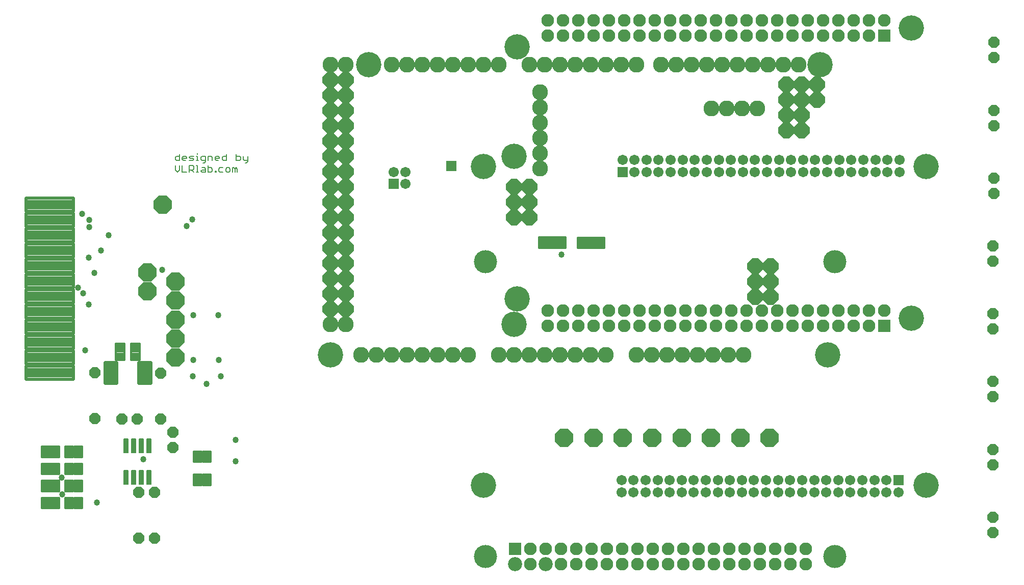
<source format=gts>
G75*
%MOIN*%
%OFA0B0*%
%FSLAX25Y25*%
%IPPOS*%
%LPD*%
%AMOC8*
5,1,8,0,0,1.08239X$1,22.5*
%
%ADD10C,0.02094*%
%ADD11C,0.10360*%
%ADD12OC8,0.10360*%
%ADD13C,0.16535*%
%ADD14R,0.06720X0.06720*%
%ADD15C,0.06720*%
%ADD16R,0.08312X0.08312*%
%ADD17C,0.08312*%
%ADD18C,0.01288*%
%ADD19C,0.00661*%
%ADD20C,0.01984*%
%ADD21R,0.00600X0.07200*%
%ADD22OC8,0.07280*%
%ADD23C,0.01400*%
%ADD24C,0.09240*%
%ADD25C,0.15157*%
%ADD26OC8,0.11900*%
%ADD27C,0.00800*%
%ADD28C,0.04060*%
D10*
X0088053Y0215160D02*
X0118951Y0215160D01*
X0088053Y0215160D02*
X0088053Y0223538D01*
X0118951Y0223538D01*
X0118951Y0215160D01*
X0118951Y0217253D02*
X0088053Y0217253D01*
X0088053Y0219346D02*
X0118951Y0219346D01*
X0118951Y0221439D02*
X0088053Y0221439D01*
X0088053Y0223532D02*
X0118951Y0223532D01*
X0118951Y0225160D02*
X0088053Y0225160D01*
X0088053Y0233538D01*
X0118951Y0233538D01*
X0118951Y0225160D01*
X0118951Y0227253D02*
X0088053Y0227253D01*
X0088053Y0229346D02*
X0118951Y0229346D01*
X0118951Y0231439D02*
X0088053Y0231439D01*
X0088053Y0233532D02*
X0118951Y0233532D01*
X0118951Y0235160D02*
X0088053Y0235160D01*
X0088053Y0243538D01*
X0118951Y0243538D01*
X0118951Y0235160D01*
X0118951Y0237253D02*
X0088053Y0237253D01*
X0088053Y0239346D02*
X0118951Y0239346D01*
X0118951Y0241439D02*
X0088053Y0241439D01*
X0088053Y0243532D02*
X0118951Y0243532D01*
X0118951Y0245160D02*
X0088053Y0245160D01*
X0088053Y0253538D01*
X0118951Y0253538D01*
X0118951Y0245160D01*
X0118951Y0247253D02*
X0088053Y0247253D01*
X0088053Y0249346D02*
X0118951Y0249346D01*
X0118951Y0251439D02*
X0088053Y0251439D01*
X0088053Y0253532D02*
X0118951Y0253532D01*
X0118951Y0255160D02*
X0088053Y0255160D01*
X0088053Y0263538D01*
X0118951Y0263538D01*
X0118951Y0255160D01*
X0118951Y0257253D02*
X0088053Y0257253D01*
X0088053Y0259346D02*
X0118951Y0259346D01*
X0118951Y0261439D02*
X0088053Y0261439D01*
X0088053Y0263532D02*
X0118951Y0263532D01*
X0118951Y0265160D02*
X0088053Y0265160D01*
X0088053Y0273538D01*
X0118951Y0273538D01*
X0118951Y0265160D01*
X0118951Y0267253D02*
X0088053Y0267253D01*
X0088053Y0269346D02*
X0118951Y0269346D01*
X0118951Y0271439D02*
X0088053Y0271439D01*
X0088053Y0273532D02*
X0118951Y0273532D01*
X0118951Y0275160D02*
X0088053Y0275160D01*
X0088053Y0283538D01*
X0118951Y0283538D01*
X0118951Y0275160D01*
X0118951Y0277253D02*
X0088053Y0277253D01*
X0088053Y0279346D02*
X0118951Y0279346D01*
X0118951Y0281439D02*
X0088053Y0281439D01*
X0088053Y0283532D02*
X0118951Y0283532D01*
X0118951Y0285160D02*
X0088053Y0285160D01*
X0088053Y0293538D01*
X0118951Y0293538D01*
X0118951Y0285160D01*
X0118951Y0287253D02*
X0088053Y0287253D01*
X0088053Y0289346D02*
X0118951Y0289346D01*
X0118951Y0291439D02*
X0088053Y0291439D01*
X0088053Y0293532D02*
X0118951Y0293532D01*
X0118951Y0295160D02*
X0088053Y0295160D01*
X0088053Y0303538D01*
X0118951Y0303538D01*
X0118951Y0295160D01*
X0118951Y0297253D02*
X0088053Y0297253D01*
X0088053Y0299346D02*
X0118951Y0299346D01*
X0118951Y0301439D02*
X0088053Y0301439D01*
X0088053Y0303532D02*
X0118951Y0303532D01*
X0118951Y0305160D02*
X0088053Y0305160D01*
X0088053Y0313538D01*
X0118951Y0313538D01*
X0118951Y0305160D01*
X0118951Y0307253D02*
X0088053Y0307253D01*
X0088053Y0309346D02*
X0118951Y0309346D01*
X0118951Y0311439D02*
X0088053Y0311439D01*
X0088053Y0313532D02*
X0118951Y0313532D01*
X0118951Y0315160D02*
X0088053Y0315160D01*
X0088053Y0323538D01*
X0118951Y0323538D01*
X0118951Y0315160D01*
X0118951Y0317253D02*
X0088053Y0317253D01*
X0088053Y0319346D02*
X0118951Y0319346D01*
X0118951Y0321439D02*
X0088053Y0321439D01*
X0088053Y0323532D02*
X0118951Y0323532D01*
X0118951Y0325160D02*
X0088053Y0325160D01*
X0088053Y0333538D01*
X0118951Y0333538D01*
X0118951Y0325160D01*
X0118951Y0327253D02*
X0088053Y0327253D01*
X0088053Y0329346D02*
X0118951Y0329346D01*
X0118951Y0331439D02*
X0088053Y0331439D01*
X0088053Y0333532D02*
X0118951Y0333532D01*
D11*
X0286972Y0251133D03*
X0296972Y0251133D03*
X0306972Y0231133D03*
X0316972Y0231133D03*
X0326972Y0231133D03*
X0336972Y0231133D03*
X0346972Y0231133D03*
X0356972Y0231133D03*
X0366972Y0231133D03*
X0376972Y0231133D03*
X0396972Y0231133D03*
X0406972Y0231133D03*
X0416972Y0231133D03*
X0426972Y0231133D03*
X0436972Y0231133D03*
X0446972Y0231133D03*
X0456972Y0231133D03*
X0466972Y0231133D03*
X0486972Y0231133D03*
X0496972Y0231133D03*
X0506972Y0231133D03*
X0516972Y0231133D03*
X0526972Y0231133D03*
X0536972Y0231133D03*
X0546972Y0231133D03*
X0556972Y0231133D03*
X0423972Y0353133D03*
X0423972Y0363133D03*
X0423972Y0373133D03*
X0423972Y0383133D03*
X0423972Y0393133D03*
X0423972Y0403133D03*
X0426972Y0421133D03*
X0416972Y0421133D03*
X0436972Y0421133D03*
X0446972Y0421133D03*
X0456972Y0421133D03*
X0466972Y0421133D03*
X0476972Y0421133D03*
X0486972Y0421133D03*
X0502972Y0421133D03*
X0512972Y0421133D03*
X0522972Y0421133D03*
X0532972Y0421133D03*
X0542972Y0421133D03*
X0552972Y0421133D03*
X0562972Y0421133D03*
X0572972Y0421133D03*
X0582972Y0421133D03*
X0592972Y0421133D03*
X0565972Y0392333D03*
X0555972Y0392333D03*
X0545972Y0392333D03*
X0535972Y0392333D03*
X0396972Y0421133D03*
X0386972Y0421133D03*
X0376972Y0421133D03*
X0366972Y0421133D03*
X0356972Y0421133D03*
X0346972Y0421133D03*
X0336972Y0421133D03*
X0326972Y0421133D03*
X0296972Y0421133D03*
X0286972Y0421133D03*
D12*
X0286972Y0411133D03*
X0296972Y0411133D03*
X0296972Y0401133D03*
X0286972Y0401133D03*
X0286972Y0391133D03*
X0296972Y0391133D03*
X0296972Y0381133D03*
X0286972Y0381133D03*
X0286972Y0371133D03*
X0296972Y0371133D03*
X0296972Y0361133D03*
X0286972Y0361133D03*
X0286972Y0351133D03*
X0296972Y0351133D03*
X0296972Y0341133D03*
X0286972Y0341133D03*
X0286972Y0331133D03*
X0296972Y0331133D03*
X0296972Y0321133D03*
X0286972Y0321133D03*
X0286972Y0311133D03*
X0296972Y0311133D03*
X0296972Y0301133D03*
X0286972Y0301133D03*
X0286972Y0291133D03*
X0296972Y0291133D03*
X0296972Y0281133D03*
X0286972Y0281133D03*
X0286972Y0271133D03*
X0296972Y0271133D03*
X0296972Y0261133D03*
X0286972Y0261133D03*
X0406972Y0321133D03*
X0406972Y0331133D03*
X0406972Y0341133D03*
X0416972Y0341133D03*
X0416972Y0331133D03*
X0416972Y0321133D03*
X0564772Y0289133D03*
X0574772Y0289133D03*
X0574772Y0279133D03*
X0564772Y0279133D03*
X0564772Y0269133D03*
X0574772Y0269133D03*
X0584972Y0378133D03*
X0594972Y0378133D03*
X0594972Y0388133D03*
X0584972Y0388133D03*
X0584972Y0398133D03*
X0594972Y0398133D03*
X0594972Y0408133D03*
X0584972Y0408133D03*
X0604972Y0408133D03*
X0604972Y0398133D03*
D13*
X0606972Y0421133D03*
X0666606Y0445129D03*
X0676414Y0354212D03*
X0666606Y0255129D03*
X0611972Y0231133D03*
X0676414Y0145550D03*
X0409106Y0267629D03*
X0406972Y0251133D03*
X0286972Y0231133D03*
X0387044Y0145550D03*
X0387044Y0354212D03*
X0406972Y0361133D03*
X0311972Y0421133D03*
X0409106Y0432629D03*
D14*
X0366116Y0354788D03*
X0328304Y0342913D03*
X0477910Y0350787D03*
X0658383Y0148976D03*
D15*
X0650509Y0148976D03*
X0642635Y0148976D03*
X0634760Y0148976D03*
X0626886Y0148976D03*
X0619012Y0148976D03*
X0611138Y0148976D03*
X0603264Y0148976D03*
X0595390Y0148976D03*
X0587516Y0148976D03*
X0579642Y0148976D03*
X0571768Y0148976D03*
X0563894Y0148976D03*
X0556020Y0148976D03*
X0548146Y0148976D03*
X0540272Y0148976D03*
X0532398Y0148976D03*
X0524524Y0148976D03*
X0516650Y0148976D03*
X0508776Y0148976D03*
X0500902Y0148976D03*
X0493028Y0148976D03*
X0485154Y0148976D03*
X0477280Y0148976D03*
X0477280Y0141102D03*
X0485154Y0141102D03*
X0493028Y0141102D03*
X0500902Y0141102D03*
X0508776Y0141102D03*
X0516650Y0141102D03*
X0524524Y0141102D03*
X0532398Y0141102D03*
X0540272Y0141102D03*
X0548146Y0141102D03*
X0556020Y0141102D03*
X0563894Y0141102D03*
X0571768Y0141102D03*
X0579642Y0141102D03*
X0587516Y0141102D03*
X0595390Y0141102D03*
X0603264Y0141102D03*
X0611138Y0141102D03*
X0619012Y0141102D03*
X0626886Y0141102D03*
X0634760Y0141102D03*
X0642635Y0141102D03*
X0650509Y0141102D03*
X0658383Y0141102D03*
X0336178Y0342913D03*
X0336178Y0350787D03*
X0328304Y0350787D03*
X0477910Y0358661D03*
X0485784Y0358661D03*
X0493658Y0358661D03*
X0501532Y0358661D03*
X0509406Y0358661D03*
X0517280Y0358661D03*
X0525154Y0358661D03*
X0533028Y0358661D03*
X0540902Y0358661D03*
X0548776Y0358661D03*
X0556650Y0358661D03*
X0564524Y0358661D03*
X0572398Y0358661D03*
X0580272Y0358661D03*
X0588146Y0358661D03*
X0596020Y0358661D03*
X0603894Y0358661D03*
X0611768Y0358661D03*
X0619642Y0358661D03*
X0627516Y0358661D03*
X0635390Y0358661D03*
X0643264Y0358661D03*
X0651138Y0358661D03*
X0659012Y0358661D03*
X0659012Y0350787D03*
X0651138Y0350787D03*
X0643264Y0350787D03*
X0635390Y0350787D03*
X0627516Y0350787D03*
X0619642Y0350787D03*
X0611768Y0350787D03*
X0603894Y0350787D03*
X0596020Y0350787D03*
X0588146Y0350787D03*
X0580272Y0350787D03*
X0572398Y0350787D03*
X0564524Y0350787D03*
X0556650Y0350787D03*
X0548776Y0350787D03*
X0540902Y0350787D03*
X0533028Y0350787D03*
X0525154Y0350787D03*
X0517280Y0350787D03*
X0509406Y0350787D03*
X0501532Y0350787D03*
X0493658Y0350787D03*
X0485784Y0350787D03*
D16*
X0649106Y0440129D03*
X0649106Y0250129D03*
X0407658Y0104083D03*
D17*
X0417658Y0104083D03*
X0427658Y0104083D03*
X0437658Y0104083D03*
X0437658Y0094083D03*
X0447658Y0094083D03*
X0457658Y0094083D03*
X0467658Y0094083D03*
X0477658Y0094083D03*
X0487658Y0094083D03*
X0497658Y0094083D03*
X0507658Y0094083D03*
X0517658Y0094083D03*
X0527658Y0094083D03*
X0537658Y0094083D03*
X0547658Y0094083D03*
X0557658Y0094083D03*
X0567658Y0094083D03*
X0577658Y0094083D03*
X0587658Y0094083D03*
X0597658Y0094083D03*
X0597658Y0104083D03*
X0587658Y0104083D03*
X0577658Y0104083D03*
X0567658Y0104083D03*
X0557658Y0104083D03*
X0547658Y0104083D03*
X0537658Y0104083D03*
X0527658Y0104083D03*
X0517658Y0104083D03*
X0507658Y0104083D03*
X0497658Y0104083D03*
X0487658Y0104083D03*
X0477658Y0104083D03*
X0467658Y0104083D03*
X0457658Y0104083D03*
X0447658Y0104083D03*
X0417658Y0094083D03*
X0429106Y0250129D03*
X0429106Y0260129D03*
X0439106Y0260129D03*
X0449106Y0260129D03*
X0459106Y0260129D03*
X0469106Y0260129D03*
X0469106Y0250129D03*
X0459106Y0250129D03*
X0449106Y0250129D03*
X0439106Y0250129D03*
X0479106Y0250129D03*
X0489106Y0250129D03*
X0499106Y0250129D03*
X0499106Y0260129D03*
X0489106Y0260129D03*
X0479106Y0260129D03*
X0509106Y0260129D03*
X0519106Y0260129D03*
X0529106Y0260129D03*
X0539106Y0260129D03*
X0539106Y0250129D03*
X0529106Y0250129D03*
X0519106Y0250129D03*
X0509106Y0250129D03*
X0549106Y0250129D03*
X0559106Y0250129D03*
X0569106Y0250129D03*
X0579106Y0250129D03*
X0579106Y0260129D03*
X0569106Y0260129D03*
X0559106Y0260129D03*
X0549106Y0260129D03*
X0589106Y0260129D03*
X0599106Y0260129D03*
X0609106Y0260129D03*
X0609106Y0250129D03*
X0599106Y0250129D03*
X0589106Y0250129D03*
X0619106Y0250129D03*
X0629106Y0250129D03*
X0639106Y0250129D03*
X0639106Y0260129D03*
X0629106Y0260129D03*
X0619106Y0260129D03*
X0649106Y0260129D03*
X0639106Y0440129D03*
X0629106Y0440129D03*
X0619106Y0440129D03*
X0609106Y0440129D03*
X0599106Y0440129D03*
X0589106Y0440129D03*
X0579106Y0440129D03*
X0569106Y0440129D03*
X0559106Y0440129D03*
X0549106Y0440129D03*
X0539106Y0440129D03*
X0529106Y0440129D03*
X0519106Y0440129D03*
X0509106Y0440129D03*
X0499106Y0440129D03*
X0489106Y0440129D03*
X0479106Y0440129D03*
X0469106Y0440129D03*
X0459106Y0440129D03*
X0449106Y0440129D03*
X0439106Y0440129D03*
X0429106Y0440129D03*
X0429106Y0450129D03*
X0439106Y0450129D03*
X0449106Y0450129D03*
X0459106Y0450129D03*
X0469106Y0450129D03*
X0479106Y0450129D03*
X0489106Y0450129D03*
X0499106Y0450129D03*
X0509106Y0450129D03*
X0519106Y0450129D03*
X0529106Y0450129D03*
X0539106Y0450129D03*
X0549106Y0450129D03*
X0559106Y0450129D03*
X0569106Y0450129D03*
X0579106Y0450129D03*
X0589106Y0450129D03*
X0599106Y0450129D03*
X0609106Y0450129D03*
X0619106Y0450129D03*
X0629106Y0450129D03*
X0639106Y0450129D03*
X0649106Y0450129D03*
D18*
X0466001Y0307759D02*
X0460849Y0307759D01*
X0466001Y0307759D02*
X0466001Y0300907D01*
X0460849Y0300907D01*
X0460849Y0307759D01*
X0460849Y0302194D02*
X0466001Y0302194D01*
X0466001Y0303481D02*
X0460849Y0303481D01*
X0460849Y0304768D02*
X0466001Y0304768D01*
X0466001Y0306055D02*
X0460849Y0306055D01*
X0460849Y0307342D02*
X0466001Y0307342D01*
X0460001Y0307759D02*
X0454849Y0307759D01*
X0460001Y0307759D02*
X0460001Y0300907D01*
X0454849Y0300907D01*
X0454849Y0307759D01*
X0454849Y0302194D02*
X0460001Y0302194D01*
X0460001Y0303481D02*
X0454849Y0303481D01*
X0454849Y0304768D02*
X0460001Y0304768D01*
X0460001Y0306055D02*
X0454849Y0306055D01*
X0454849Y0307342D02*
X0460001Y0307342D01*
X0454001Y0307759D02*
X0448849Y0307759D01*
X0454001Y0307759D02*
X0454001Y0300907D01*
X0448849Y0300907D01*
X0448849Y0307759D01*
X0448849Y0302194D02*
X0454001Y0302194D01*
X0454001Y0303481D02*
X0448849Y0303481D01*
X0448849Y0304768D02*
X0454001Y0304768D01*
X0454001Y0306055D02*
X0448849Y0306055D01*
X0448849Y0307342D02*
X0454001Y0307342D01*
X0440701Y0307959D02*
X0435549Y0307959D01*
X0440701Y0307959D02*
X0440701Y0301107D01*
X0435549Y0301107D01*
X0435549Y0307959D01*
X0435549Y0302394D02*
X0440701Y0302394D01*
X0440701Y0303681D02*
X0435549Y0303681D01*
X0435549Y0304968D02*
X0440701Y0304968D01*
X0440701Y0306255D02*
X0435549Y0306255D01*
X0435549Y0307542D02*
X0440701Y0307542D01*
X0434701Y0307959D02*
X0429549Y0307959D01*
X0434701Y0307959D02*
X0434701Y0301107D01*
X0429549Y0301107D01*
X0429549Y0307959D01*
X0429549Y0302394D02*
X0434701Y0302394D01*
X0434701Y0303681D02*
X0429549Y0303681D01*
X0429549Y0304968D02*
X0434701Y0304968D01*
X0434701Y0306255D02*
X0429549Y0306255D01*
X0429549Y0307542D02*
X0434701Y0307542D01*
X0428701Y0307959D02*
X0423549Y0307959D01*
X0428701Y0307959D02*
X0428701Y0301107D01*
X0423549Y0301107D01*
X0423549Y0307959D01*
X0423549Y0302394D02*
X0428701Y0302394D01*
X0428701Y0303681D02*
X0423549Y0303681D01*
X0423549Y0304968D02*
X0428701Y0304968D01*
X0428701Y0306255D02*
X0423549Y0306255D01*
X0423549Y0307542D02*
X0428701Y0307542D01*
X0208771Y0167759D02*
X0203619Y0167759D01*
X0208771Y0167759D02*
X0208771Y0160907D01*
X0203619Y0160907D01*
X0203619Y0167759D01*
X0203619Y0162194D02*
X0208771Y0162194D01*
X0208771Y0163481D02*
X0203619Y0163481D01*
X0203619Y0164768D02*
X0208771Y0164768D01*
X0208771Y0166055D02*
X0203619Y0166055D01*
X0203619Y0167342D02*
X0208771Y0167342D01*
X0202771Y0167759D02*
X0197619Y0167759D01*
X0202771Y0167759D02*
X0202771Y0160907D01*
X0197619Y0160907D01*
X0197619Y0167759D01*
X0197619Y0162194D02*
X0202771Y0162194D01*
X0202771Y0163481D02*
X0197619Y0163481D01*
X0197619Y0164768D02*
X0202771Y0164768D01*
X0202771Y0166055D02*
X0197619Y0166055D01*
X0197619Y0167342D02*
X0202771Y0167342D01*
X0202771Y0145707D02*
X0197619Y0145707D01*
X0197619Y0152559D01*
X0202771Y0152559D01*
X0202771Y0145707D01*
X0202771Y0146994D02*
X0197619Y0146994D01*
X0197619Y0148281D02*
X0202771Y0148281D01*
X0202771Y0149568D02*
X0197619Y0149568D01*
X0197619Y0150855D02*
X0202771Y0150855D01*
X0202771Y0152142D02*
X0197619Y0152142D01*
X0203619Y0145707D02*
X0208771Y0145707D01*
X0203619Y0145707D02*
X0203619Y0152559D01*
X0208771Y0152559D01*
X0208771Y0145707D01*
X0208771Y0146994D02*
X0203619Y0146994D01*
X0203619Y0148281D02*
X0208771Y0148281D01*
X0208771Y0149568D02*
X0203619Y0149568D01*
X0203619Y0150855D02*
X0208771Y0150855D01*
X0208771Y0152142D02*
X0203619Y0152142D01*
X0124771Y0159759D02*
X0119619Y0159759D01*
X0124771Y0159759D02*
X0124771Y0152907D01*
X0119619Y0152907D01*
X0119619Y0159759D01*
X0119619Y0154194D02*
X0124771Y0154194D01*
X0124771Y0155481D02*
X0119619Y0155481D01*
X0119619Y0156768D02*
X0124771Y0156768D01*
X0124771Y0158055D02*
X0119619Y0158055D01*
X0119619Y0159342D02*
X0124771Y0159342D01*
X0118771Y0159759D02*
X0113619Y0159759D01*
X0118771Y0159759D02*
X0118771Y0152907D01*
X0113619Y0152907D01*
X0113619Y0159759D01*
X0113619Y0154194D02*
X0118771Y0154194D01*
X0118771Y0155481D02*
X0113619Y0155481D01*
X0113619Y0156768D02*
X0118771Y0156768D01*
X0118771Y0158055D02*
X0113619Y0158055D01*
X0113619Y0159342D02*
X0118771Y0159342D01*
X0118771Y0170959D02*
X0113619Y0170959D01*
X0118771Y0170959D02*
X0118771Y0164107D01*
X0113619Y0164107D01*
X0113619Y0170959D01*
X0113619Y0165394D02*
X0118771Y0165394D01*
X0118771Y0166681D02*
X0113619Y0166681D01*
X0113619Y0167968D02*
X0118771Y0167968D01*
X0118771Y0169255D02*
X0113619Y0169255D01*
X0113619Y0170542D02*
X0118771Y0170542D01*
X0119619Y0170959D02*
X0124771Y0170959D01*
X0124771Y0164107D01*
X0119619Y0164107D01*
X0119619Y0170959D01*
X0119619Y0165394D02*
X0124771Y0165394D01*
X0124771Y0166681D02*
X0119619Y0166681D01*
X0119619Y0167968D02*
X0124771Y0167968D01*
X0124771Y0169255D02*
X0119619Y0169255D01*
X0119619Y0170542D02*
X0124771Y0170542D01*
X0109571Y0170959D02*
X0104419Y0170959D01*
X0109571Y0170959D02*
X0109571Y0164107D01*
X0104419Y0164107D01*
X0104419Y0170959D01*
X0104419Y0165394D02*
X0109571Y0165394D01*
X0109571Y0166681D02*
X0104419Y0166681D01*
X0104419Y0167968D02*
X0109571Y0167968D01*
X0109571Y0169255D02*
X0104419Y0169255D01*
X0104419Y0170542D02*
X0109571Y0170542D01*
X0103571Y0170959D02*
X0098419Y0170959D01*
X0103571Y0170959D02*
X0103571Y0164107D01*
X0098419Y0164107D01*
X0098419Y0170959D01*
X0098419Y0165394D02*
X0103571Y0165394D01*
X0103571Y0166681D02*
X0098419Y0166681D01*
X0098419Y0167968D02*
X0103571Y0167968D01*
X0103571Y0169255D02*
X0098419Y0169255D01*
X0098419Y0170542D02*
X0103571Y0170542D01*
X0103571Y0159759D02*
X0098419Y0159759D01*
X0103571Y0159759D02*
X0103571Y0152907D01*
X0098419Y0152907D01*
X0098419Y0159759D01*
X0098419Y0154194D02*
X0103571Y0154194D01*
X0103571Y0155481D02*
X0098419Y0155481D01*
X0098419Y0156768D02*
X0103571Y0156768D01*
X0103571Y0158055D02*
X0098419Y0158055D01*
X0098419Y0159342D02*
X0103571Y0159342D01*
X0104419Y0159759D02*
X0109571Y0159759D01*
X0109571Y0152907D01*
X0104419Y0152907D01*
X0104419Y0159759D01*
X0104419Y0154194D02*
X0109571Y0154194D01*
X0109571Y0155481D02*
X0104419Y0155481D01*
X0104419Y0156768D02*
X0109571Y0156768D01*
X0109571Y0158055D02*
X0104419Y0158055D01*
X0104419Y0159342D02*
X0109571Y0159342D01*
X0109571Y0148559D02*
X0104419Y0148559D01*
X0109571Y0148559D02*
X0109571Y0141707D01*
X0104419Y0141707D01*
X0104419Y0148559D01*
X0104419Y0142994D02*
X0109571Y0142994D01*
X0109571Y0144281D02*
X0104419Y0144281D01*
X0104419Y0145568D02*
X0109571Y0145568D01*
X0109571Y0146855D02*
X0104419Y0146855D01*
X0104419Y0148142D02*
X0109571Y0148142D01*
X0113619Y0148559D02*
X0118771Y0148559D01*
X0118771Y0141707D01*
X0113619Y0141707D01*
X0113619Y0148559D01*
X0113619Y0142994D02*
X0118771Y0142994D01*
X0118771Y0144281D02*
X0113619Y0144281D01*
X0113619Y0145568D02*
X0118771Y0145568D01*
X0118771Y0146855D02*
X0113619Y0146855D01*
X0113619Y0148142D02*
X0118771Y0148142D01*
X0119619Y0148559D02*
X0124771Y0148559D01*
X0124771Y0141707D01*
X0119619Y0141707D01*
X0119619Y0148559D01*
X0119619Y0142994D02*
X0124771Y0142994D01*
X0124771Y0144281D02*
X0119619Y0144281D01*
X0119619Y0145568D02*
X0124771Y0145568D01*
X0124771Y0146855D02*
X0119619Y0146855D01*
X0119619Y0148142D02*
X0124771Y0148142D01*
X0124771Y0137359D02*
X0119619Y0137359D01*
X0124771Y0137359D02*
X0124771Y0130507D01*
X0119619Y0130507D01*
X0119619Y0137359D01*
X0119619Y0131794D02*
X0124771Y0131794D01*
X0124771Y0133081D02*
X0119619Y0133081D01*
X0119619Y0134368D02*
X0124771Y0134368D01*
X0124771Y0135655D02*
X0119619Y0135655D01*
X0119619Y0136942D02*
X0124771Y0136942D01*
X0118771Y0137359D02*
X0113619Y0137359D01*
X0118771Y0137359D02*
X0118771Y0130507D01*
X0113619Y0130507D01*
X0113619Y0137359D01*
X0113619Y0131794D02*
X0118771Y0131794D01*
X0118771Y0133081D02*
X0113619Y0133081D01*
X0113619Y0134368D02*
X0118771Y0134368D01*
X0118771Y0135655D02*
X0113619Y0135655D01*
X0113619Y0136942D02*
X0118771Y0136942D01*
X0109571Y0137359D02*
X0104419Y0137359D01*
X0109571Y0137359D02*
X0109571Y0130507D01*
X0104419Y0130507D01*
X0104419Y0137359D01*
X0104419Y0131794D02*
X0109571Y0131794D01*
X0109571Y0133081D02*
X0104419Y0133081D01*
X0104419Y0134368D02*
X0109571Y0134368D01*
X0109571Y0135655D02*
X0104419Y0135655D01*
X0104419Y0136942D02*
X0109571Y0136942D01*
X0103571Y0137359D02*
X0098419Y0137359D01*
X0103571Y0137359D02*
X0103571Y0130507D01*
X0098419Y0130507D01*
X0098419Y0137359D01*
X0098419Y0131794D02*
X0103571Y0131794D01*
X0103571Y0133081D02*
X0098419Y0133081D01*
X0098419Y0134368D02*
X0103571Y0134368D01*
X0103571Y0135655D02*
X0098419Y0135655D01*
X0098419Y0136942D02*
X0103571Y0136942D01*
X0103571Y0148559D02*
X0098419Y0148559D01*
X0103571Y0148559D02*
X0103571Y0141707D01*
X0098419Y0141707D01*
X0098419Y0148559D01*
X0098419Y0142994D02*
X0103571Y0142994D01*
X0103571Y0144281D02*
X0098419Y0144281D01*
X0098419Y0145568D02*
X0103571Y0145568D01*
X0103571Y0146855D02*
X0098419Y0146855D01*
X0098419Y0148142D02*
X0103571Y0148142D01*
D19*
X0151972Y0146424D02*
X0154618Y0146424D01*
X0151972Y0146424D02*
X0151972Y0155370D01*
X0154618Y0155370D01*
X0154618Y0146424D01*
X0154618Y0147084D02*
X0151972Y0147084D01*
X0151972Y0147744D02*
X0154618Y0147744D01*
X0154618Y0148404D02*
X0151972Y0148404D01*
X0151972Y0149064D02*
X0154618Y0149064D01*
X0154618Y0149724D02*
X0151972Y0149724D01*
X0151972Y0150384D02*
X0154618Y0150384D01*
X0154618Y0151044D02*
X0151972Y0151044D01*
X0151972Y0151704D02*
X0154618Y0151704D01*
X0154618Y0152364D02*
X0151972Y0152364D01*
X0151972Y0153024D02*
X0154618Y0153024D01*
X0154618Y0153684D02*
X0151972Y0153684D01*
X0151972Y0154344D02*
X0154618Y0154344D01*
X0154618Y0155004D02*
X0151972Y0155004D01*
X0156972Y0146424D02*
X0159618Y0146424D01*
X0156972Y0146424D02*
X0156972Y0155370D01*
X0159618Y0155370D01*
X0159618Y0146424D01*
X0159618Y0147084D02*
X0156972Y0147084D01*
X0156972Y0147744D02*
X0159618Y0147744D01*
X0159618Y0148404D02*
X0156972Y0148404D01*
X0156972Y0149064D02*
X0159618Y0149064D01*
X0159618Y0149724D02*
X0156972Y0149724D01*
X0156972Y0150384D02*
X0159618Y0150384D01*
X0159618Y0151044D02*
X0156972Y0151044D01*
X0156972Y0151704D02*
X0159618Y0151704D01*
X0159618Y0152364D02*
X0156972Y0152364D01*
X0156972Y0153024D02*
X0159618Y0153024D01*
X0159618Y0153684D02*
X0156972Y0153684D01*
X0156972Y0154344D02*
X0159618Y0154344D01*
X0159618Y0155004D02*
X0156972Y0155004D01*
X0161972Y0146424D02*
X0164618Y0146424D01*
X0161972Y0146424D02*
X0161972Y0155370D01*
X0164618Y0155370D01*
X0164618Y0146424D01*
X0164618Y0147084D02*
X0161972Y0147084D01*
X0161972Y0147744D02*
X0164618Y0147744D01*
X0164618Y0148404D02*
X0161972Y0148404D01*
X0161972Y0149064D02*
X0164618Y0149064D01*
X0164618Y0149724D02*
X0161972Y0149724D01*
X0161972Y0150384D02*
X0164618Y0150384D01*
X0164618Y0151044D02*
X0161972Y0151044D01*
X0161972Y0151704D02*
X0164618Y0151704D01*
X0164618Y0152364D02*
X0161972Y0152364D01*
X0161972Y0153024D02*
X0164618Y0153024D01*
X0164618Y0153684D02*
X0161972Y0153684D01*
X0161972Y0154344D02*
X0164618Y0154344D01*
X0164618Y0155004D02*
X0161972Y0155004D01*
X0166972Y0146424D02*
X0169618Y0146424D01*
X0166972Y0146424D02*
X0166972Y0155370D01*
X0169618Y0155370D01*
X0169618Y0146424D01*
X0169618Y0147084D02*
X0166972Y0147084D01*
X0166972Y0147744D02*
X0169618Y0147744D01*
X0169618Y0148404D02*
X0166972Y0148404D01*
X0166972Y0149064D02*
X0169618Y0149064D01*
X0169618Y0149724D02*
X0166972Y0149724D01*
X0166972Y0150384D02*
X0169618Y0150384D01*
X0169618Y0151044D02*
X0166972Y0151044D01*
X0166972Y0151704D02*
X0169618Y0151704D01*
X0169618Y0152364D02*
X0166972Y0152364D01*
X0166972Y0153024D02*
X0169618Y0153024D01*
X0169618Y0153684D02*
X0166972Y0153684D01*
X0166972Y0154344D02*
X0169618Y0154344D01*
X0169618Y0155004D02*
X0166972Y0155004D01*
X0166972Y0166896D02*
X0169618Y0166896D01*
X0166972Y0166896D02*
X0166972Y0175842D01*
X0169618Y0175842D01*
X0169618Y0166896D01*
X0169618Y0167556D02*
X0166972Y0167556D01*
X0166972Y0168216D02*
X0169618Y0168216D01*
X0169618Y0168876D02*
X0166972Y0168876D01*
X0166972Y0169536D02*
X0169618Y0169536D01*
X0169618Y0170196D02*
X0166972Y0170196D01*
X0166972Y0170856D02*
X0169618Y0170856D01*
X0169618Y0171516D02*
X0166972Y0171516D01*
X0166972Y0172176D02*
X0169618Y0172176D01*
X0169618Y0172836D02*
X0166972Y0172836D01*
X0166972Y0173496D02*
X0169618Y0173496D01*
X0169618Y0174156D02*
X0166972Y0174156D01*
X0166972Y0174816D02*
X0169618Y0174816D01*
X0169618Y0175476D02*
X0166972Y0175476D01*
X0164618Y0166896D02*
X0161972Y0166896D01*
X0161972Y0175842D01*
X0164618Y0175842D01*
X0164618Y0166896D01*
X0164618Y0167556D02*
X0161972Y0167556D01*
X0161972Y0168216D02*
X0164618Y0168216D01*
X0164618Y0168876D02*
X0161972Y0168876D01*
X0161972Y0169536D02*
X0164618Y0169536D01*
X0164618Y0170196D02*
X0161972Y0170196D01*
X0161972Y0170856D02*
X0164618Y0170856D01*
X0164618Y0171516D02*
X0161972Y0171516D01*
X0161972Y0172176D02*
X0164618Y0172176D01*
X0164618Y0172836D02*
X0161972Y0172836D01*
X0161972Y0173496D02*
X0164618Y0173496D01*
X0164618Y0174156D02*
X0161972Y0174156D01*
X0161972Y0174816D02*
X0164618Y0174816D01*
X0164618Y0175476D02*
X0161972Y0175476D01*
X0159618Y0166896D02*
X0156972Y0166896D01*
X0156972Y0175842D01*
X0159618Y0175842D01*
X0159618Y0166896D01*
X0159618Y0167556D02*
X0156972Y0167556D01*
X0156972Y0168216D02*
X0159618Y0168216D01*
X0159618Y0168876D02*
X0156972Y0168876D01*
X0156972Y0169536D02*
X0159618Y0169536D01*
X0159618Y0170196D02*
X0156972Y0170196D01*
X0156972Y0170856D02*
X0159618Y0170856D01*
X0159618Y0171516D02*
X0156972Y0171516D01*
X0156972Y0172176D02*
X0159618Y0172176D01*
X0159618Y0172836D02*
X0156972Y0172836D01*
X0156972Y0173496D02*
X0159618Y0173496D01*
X0159618Y0174156D02*
X0156972Y0174156D01*
X0156972Y0174816D02*
X0159618Y0174816D01*
X0159618Y0175476D02*
X0156972Y0175476D01*
X0154618Y0166896D02*
X0151972Y0166896D01*
X0151972Y0175842D01*
X0154618Y0175842D01*
X0154618Y0166896D01*
X0154618Y0167556D02*
X0151972Y0167556D01*
X0151972Y0168216D02*
X0154618Y0168216D01*
X0154618Y0168876D02*
X0151972Y0168876D01*
X0151972Y0169536D02*
X0154618Y0169536D01*
X0154618Y0170196D02*
X0151972Y0170196D01*
X0151972Y0170856D02*
X0154618Y0170856D01*
X0154618Y0171516D02*
X0151972Y0171516D01*
X0151972Y0172176D02*
X0154618Y0172176D01*
X0154618Y0172836D02*
X0151972Y0172836D01*
X0151972Y0173496D02*
X0154618Y0173496D01*
X0154618Y0174156D02*
X0151972Y0174156D01*
X0151972Y0174816D02*
X0154618Y0174816D01*
X0154618Y0175476D02*
X0151972Y0175476D01*
D20*
X0147540Y0225857D02*
X0139604Y0225857D01*
X0147540Y0225857D02*
X0147540Y0212409D01*
X0139604Y0212409D01*
X0139604Y0225857D01*
X0139604Y0214392D02*
X0147540Y0214392D01*
X0147540Y0216375D02*
X0139604Y0216375D01*
X0139604Y0218358D02*
X0147540Y0218358D01*
X0147540Y0220341D02*
X0139604Y0220341D01*
X0139604Y0222324D02*
X0147540Y0222324D01*
X0147540Y0224307D02*
X0139604Y0224307D01*
X0161651Y0225857D02*
X0169587Y0225857D01*
X0169587Y0212409D01*
X0161651Y0212409D01*
X0161651Y0225857D01*
X0161651Y0214392D02*
X0169587Y0214392D01*
X0169587Y0216375D02*
X0161651Y0216375D01*
X0161651Y0218358D02*
X0169587Y0218358D01*
X0169587Y0220341D02*
X0161651Y0220341D01*
X0161651Y0222324D02*
X0169587Y0222324D01*
X0169587Y0224307D02*
X0161651Y0224307D01*
D21*
X0119195Y0167533D03*
X0103995Y0167533D03*
X0103995Y0156333D03*
X0103995Y0145133D03*
X0103995Y0133933D03*
X0119195Y0133933D03*
X0119195Y0145133D03*
X0119195Y0156333D03*
X0203195Y0149133D03*
X0203195Y0164333D03*
D22*
X0161595Y0110933D03*
X0171995Y0110933D03*
X0171995Y0140933D03*
X0161595Y0140933D03*
X0183995Y0170433D03*
X0183995Y0180433D03*
X0176195Y0188933D03*
X0160895Y0189133D03*
X0150895Y0189133D03*
X0132995Y0189233D03*
X0132995Y0219233D03*
X0176195Y0218933D03*
X0720195Y0213533D03*
X0720195Y0203533D03*
X0720195Y0169133D03*
X0720195Y0159133D03*
X0720195Y0124733D03*
X0720195Y0114733D03*
X0720195Y0247933D03*
X0720195Y0257933D03*
X0720195Y0292333D03*
X0720195Y0302333D03*
X0720595Y0336733D03*
X0720595Y0346733D03*
X0720595Y0381133D03*
X0720595Y0391133D03*
X0720595Y0425533D03*
X0720595Y0435533D03*
D23*
X0162395Y0238233D02*
X0156795Y0238233D01*
X0162395Y0238233D02*
X0162395Y0227633D01*
X0156795Y0227633D01*
X0156795Y0238233D01*
X0156795Y0229032D02*
X0162395Y0229032D01*
X0162395Y0230431D02*
X0156795Y0230431D01*
X0156795Y0231830D02*
X0162395Y0231830D01*
X0162395Y0233229D02*
X0156795Y0233229D01*
X0156795Y0234628D02*
X0162395Y0234628D01*
X0162395Y0236027D02*
X0156795Y0236027D01*
X0156795Y0237426D02*
X0162395Y0237426D01*
X0152395Y0238233D02*
X0146795Y0238233D01*
X0152395Y0238233D02*
X0152395Y0227633D01*
X0146795Y0227633D01*
X0146795Y0238233D01*
X0146795Y0229032D02*
X0152395Y0229032D01*
X0152395Y0230431D02*
X0146795Y0230431D01*
X0146795Y0231830D02*
X0152395Y0231830D01*
X0152395Y0233229D02*
X0146795Y0233229D01*
X0146795Y0234628D02*
X0152395Y0234628D01*
X0152395Y0236027D02*
X0146795Y0236027D01*
X0146795Y0237426D02*
X0152395Y0237426D01*
D24*
X0407658Y0094083D03*
X0427658Y0094083D03*
D25*
X0388375Y0099040D03*
X0616721Y0099040D03*
X0616721Y0291954D03*
X0388375Y0291954D03*
D26*
X0439795Y0176533D03*
X0458995Y0176533D03*
X0478195Y0176533D03*
X0497395Y0176533D03*
X0516595Y0176533D03*
X0535795Y0176533D03*
X0554995Y0176533D03*
X0574195Y0176533D03*
X0185795Y0229333D03*
X0185795Y0241733D03*
X0185795Y0254133D03*
X0185795Y0266533D03*
X0185795Y0278933D03*
X0167395Y0284933D03*
X0167395Y0272533D03*
X0177395Y0329333D03*
D27*
X0186996Y0350733D02*
X0188398Y0352134D01*
X0188398Y0354937D01*
X0190199Y0354937D02*
X0190199Y0350733D01*
X0193001Y0350733D01*
X0194803Y0350733D02*
X0194803Y0354937D01*
X0196905Y0354937D01*
X0197605Y0354236D01*
X0197605Y0352835D01*
X0196905Y0352134D01*
X0194803Y0352134D01*
X0196204Y0352134D02*
X0197605Y0350733D01*
X0199407Y0350733D02*
X0200808Y0350733D01*
X0200108Y0350733D02*
X0200108Y0354937D01*
X0199407Y0354937D01*
X0199407Y0358233D02*
X0200808Y0358233D01*
X0200108Y0358233D02*
X0200108Y0361035D01*
X0199407Y0361035D01*
X0200108Y0362437D02*
X0200108Y0363137D01*
X0197605Y0361035D02*
X0195504Y0361035D01*
X0194803Y0360335D01*
X0195504Y0359634D01*
X0196905Y0359634D01*
X0197605Y0358934D01*
X0196905Y0358233D01*
X0194803Y0358233D01*
X0193001Y0359634D02*
X0190199Y0359634D01*
X0190199Y0358934D02*
X0190199Y0360335D01*
X0190900Y0361035D01*
X0192301Y0361035D01*
X0193001Y0360335D01*
X0193001Y0359634D01*
X0192301Y0358233D02*
X0190900Y0358233D01*
X0190199Y0358934D01*
X0188398Y0358233D02*
X0186296Y0358233D01*
X0185595Y0358934D01*
X0185595Y0360335D01*
X0186296Y0361035D01*
X0188398Y0361035D01*
X0188398Y0362437D02*
X0188398Y0358233D01*
X0185595Y0354937D02*
X0185595Y0352134D01*
X0186996Y0350733D01*
X0202476Y0351434D02*
X0203177Y0350733D01*
X0205279Y0350733D01*
X0205279Y0352835D01*
X0204578Y0353535D01*
X0203177Y0353535D01*
X0203177Y0352134D02*
X0205279Y0352134D01*
X0203177Y0352134D02*
X0202476Y0351434D01*
X0207080Y0350733D02*
X0209182Y0350733D01*
X0209883Y0351434D01*
X0209883Y0352835D01*
X0209182Y0353535D01*
X0207080Y0353535D01*
X0207080Y0354937D02*
X0207080Y0350733D01*
X0211684Y0350733D02*
X0211684Y0351434D01*
X0212385Y0351434D01*
X0212385Y0350733D01*
X0211684Y0350733D01*
X0213986Y0351434D02*
X0214687Y0350733D01*
X0216788Y0350733D01*
X0218590Y0351434D02*
X0219291Y0350733D01*
X0220692Y0350733D01*
X0221392Y0351434D01*
X0221392Y0352835D01*
X0220692Y0353535D01*
X0219291Y0353535D01*
X0218590Y0352835D01*
X0218590Y0351434D01*
X0216788Y0353535D02*
X0214687Y0353535D01*
X0213986Y0352835D01*
X0213986Y0351434D01*
X0213786Y0358233D02*
X0212385Y0358233D01*
X0211684Y0358934D01*
X0211684Y0360335D01*
X0212385Y0361035D01*
X0213786Y0361035D01*
X0214486Y0360335D01*
X0214486Y0359634D01*
X0211684Y0359634D01*
X0209883Y0360335D02*
X0209182Y0361035D01*
X0207080Y0361035D01*
X0207080Y0358233D01*
X0205279Y0358233D02*
X0203177Y0358233D01*
X0202476Y0358934D01*
X0202476Y0360335D01*
X0203177Y0361035D01*
X0205279Y0361035D01*
X0205279Y0357532D01*
X0204578Y0356832D01*
X0203877Y0356832D01*
X0209883Y0358233D02*
X0209883Y0360335D01*
X0216288Y0360335D02*
X0216989Y0361035D01*
X0219090Y0361035D01*
X0219090Y0362437D02*
X0219090Y0358233D01*
X0216989Y0358233D01*
X0216288Y0358934D01*
X0216288Y0360335D01*
X0225496Y0361035D02*
X0227598Y0361035D01*
X0228298Y0360335D01*
X0228298Y0358934D01*
X0227598Y0358233D01*
X0225496Y0358233D01*
X0225496Y0362437D01*
X0230100Y0361035D02*
X0230100Y0358934D01*
X0230800Y0358233D01*
X0232902Y0358233D01*
X0232902Y0357532D02*
X0232202Y0356832D01*
X0231501Y0356832D01*
X0232902Y0357532D02*
X0232902Y0361035D01*
X0225296Y0353535D02*
X0225996Y0352835D01*
X0225996Y0350733D01*
X0224595Y0350733D02*
X0224595Y0352835D01*
X0225296Y0353535D01*
X0224595Y0352835D02*
X0223894Y0353535D01*
X0223194Y0353535D01*
X0223194Y0350733D01*
D28*
X0196595Y0319733D03*
X0192995Y0315333D03*
X0176995Y0286533D03*
X0142195Y0309333D03*
X0136995Y0299333D03*
X0128995Y0294533D03*
X0132595Y0284533D03*
X0122195Y0274933D03*
X0125395Y0271333D03*
X0128995Y0264133D03*
X0126595Y0234133D03*
X0197395Y0227733D03*
X0197195Y0216933D03*
X0206195Y0212133D03*
X0215395Y0216933D03*
X0214195Y0227733D03*
X0213795Y0256933D03*
X0197395Y0256933D03*
X0129395Y0314533D03*
X0129395Y0319333D03*
X0124595Y0323333D03*
X0225195Y0175333D03*
X0225195Y0161333D03*
X0164795Y0162733D03*
X0134295Y0134233D03*
X0111695Y0139733D03*
X0111295Y0150733D03*
X0438195Y0296533D03*
M02*

</source>
